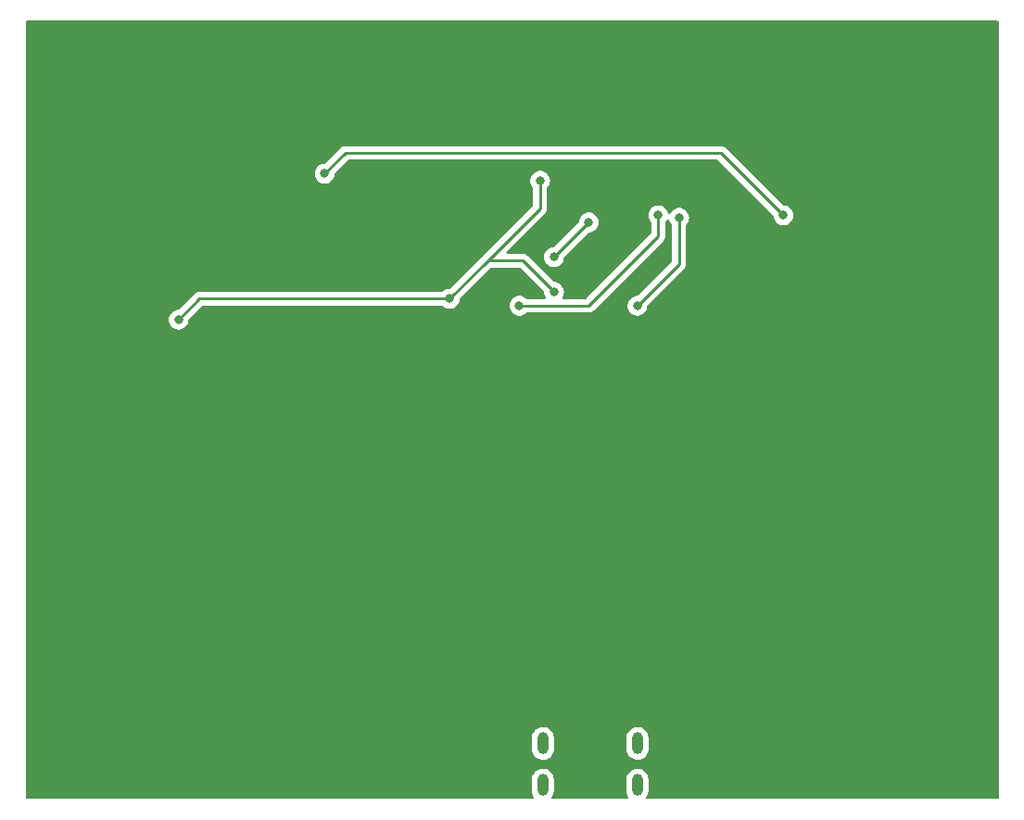
<source format=gbr>
%TF.GenerationSoftware,KiCad,Pcbnew,7.0.10-7.0.10~ubuntu22.04.1*%
%TF.CreationDate,2024-01-07T23:39:05-08:00*%
%TF.ProjectId,smdPracticeBoard,736d6450-7261-4637-9469-6365426f6172,rev?*%
%TF.SameCoordinates,Original*%
%TF.FileFunction,Copper,L2,Bot*%
%TF.FilePolarity,Positive*%
%FSLAX46Y46*%
G04 Gerber Fmt 4.6, Leading zero omitted, Abs format (unit mm)*
G04 Created by KiCad (PCBNEW 7.0.10-7.0.10~ubuntu22.04.1) date 2024-01-07 23:39:05*
%MOMM*%
%LPD*%
G01*
G04 APERTURE LIST*
%TA.AperFunction,ComponentPad*%
%ADD10O,1.000000X2.000000*%
%TD*%
%TA.AperFunction,ViaPad*%
%ADD11C,0.800000*%
%TD*%
%TA.AperFunction,Conductor*%
%ADD12C,0.250000*%
%TD*%
G04 APERTURE END LIST*
D10*
%TO.P,J1,S1,SHIELD*%
%TO.N,Net-(J1-SHIELD-PadS1)*%
X97825000Y-110425000D03*
%TO.P,J1,S2,SHIELD*%
X106465000Y-110425000D03*
%TO.P,J1,S3,SHIELD*%
X97825000Y-114225000D03*
%TO.P,J1,S4,SHIELD*%
X106465000Y-114225000D03*
%TD*%
D11*
%TO.N,+5V*%
X91242500Y-105345000D03*
%TO.N,GND*%
X98845000Y-65975000D03*
X102020000Y-62800000D03*
%TO.N,/B*%
X98845000Y-69150000D03*
X97575000Y-58990000D03*
%TO.N,/S0*%
X119800000Y-62165000D03*
X77890000Y-58355000D03*
%TO.N,/B*%
X89320000Y-69785000D03*
X64555000Y-71690000D03*
%TO.N,/OUT2*%
X95670000Y-70420000D03*
X108370000Y-62165000D03*
%TO.N,/OUT3*%
X106465000Y-70420000D03*
X110275000Y-62388600D03*
%TO.N,+5V*%
X105830000Y-68515000D03*
X95670000Y-68515000D03*
X95670000Y-59625000D03*
X105830000Y-59625000D03*
X121705000Y-58355000D03*
X102182200Y-112965000D03*
X55919000Y-64705000D03*
X65605000Y-86635000D03*
X65595000Y-99335000D03*
%TD*%
D12*
%TO.N,/B*%
X97575000Y-61530000D02*
X92812500Y-66292500D01*
X97575000Y-58990000D02*
X97575000Y-61530000D01*
%TO.N,GND*%
X98845000Y-65975000D02*
X102020000Y-62800000D01*
%TO.N,/B*%
X89320000Y-69785000D02*
X92812500Y-66292500D01*
X98845000Y-69150000D02*
X95987500Y-66292500D01*
X95987500Y-66292500D02*
X92812500Y-66292500D01*
%TO.N,/S0*%
X77890000Y-58355000D02*
X79795000Y-56450000D01*
X79795000Y-56450000D02*
X114085000Y-56450000D01*
X114085000Y-56450000D02*
X119800000Y-62165000D01*
%TO.N,/B*%
X89320000Y-69785000D02*
X66460000Y-69785000D01*
X66460000Y-69785000D02*
X64555000Y-71690000D01*
%TO.N,/OUT2*%
X108370000Y-62165000D02*
X108370000Y-64070000D01*
X108370000Y-64070000D02*
X102020000Y-70420000D01*
X102020000Y-70420000D02*
X95670000Y-70420000D01*
%TO.N,/OUT3*%
X110275000Y-62388600D02*
X110275000Y-66610000D01*
X110275000Y-66610000D02*
X106465000Y-70420000D01*
%TD*%
%TA.AperFunction,Conductor*%
%TO.N,+5V*%
G36*
X139428039Y-44404685D02*
G01*
X139473794Y-44457489D01*
X139485000Y-44509000D01*
X139485000Y-115381000D01*
X139465315Y-115448039D01*
X139412511Y-115493794D01*
X139361000Y-115505000D01*
X107378476Y-115505000D01*
X107311437Y-115485315D01*
X107265682Y-115432511D01*
X107255738Y-115363353D01*
X107276701Y-115310163D01*
X107344295Y-115213049D01*
X107424540Y-115026058D01*
X107465500Y-114826741D01*
X107465500Y-113674258D01*
X107450074Y-113522562D01*
X107450074Y-113522560D01*
X107389162Y-113328420D01*
X107389160Y-113328416D01*
X107389159Y-113328412D01*
X107290409Y-113150498D01*
X107290408Y-113150497D01*
X107290407Y-113150495D01*
X107157867Y-112996106D01*
X107157865Y-112996104D01*
X106996962Y-112871554D01*
X106996959Y-112871553D01*
X106996958Y-112871552D01*
X106814271Y-112781940D01*
X106617285Y-112730937D01*
X106617287Y-112730937D01*
X106481804Y-112724066D01*
X106414064Y-112720631D01*
X106414063Y-112720631D01*
X106414061Y-112720631D01*
X106212936Y-112751442D01*
X106212924Y-112751445D01*
X106022118Y-112822111D01*
X106022111Y-112822115D01*
X105849432Y-112929745D01*
X105849427Y-112929749D01*
X105701949Y-113069938D01*
X105701948Y-113069940D01*
X105585705Y-113236949D01*
X105505459Y-113423943D01*
X105464500Y-113623258D01*
X105464500Y-114775743D01*
X105479925Y-114927439D01*
X105540837Y-115121579D01*
X105540844Y-115121594D01*
X105591605Y-115213049D01*
X105639591Y-115299502D01*
X105640214Y-115300228D01*
X105640431Y-115300709D01*
X105643184Y-115304664D01*
X105642447Y-115305176D01*
X105668947Y-115363915D01*
X105658687Y-115433027D01*
X105612691Y-115485621D01*
X105546130Y-115505000D01*
X98738476Y-115505000D01*
X98671437Y-115485315D01*
X98625682Y-115432511D01*
X98615738Y-115363353D01*
X98636701Y-115310163D01*
X98704295Y-115213049D01*
X98784540Y-115026058D01*
X98825500Y-114826741D01*
X98825500Y-113674258D01*
X98810074Y-113522562D01*
X98810074Y-113522560D01*
X98749162Y-113328420D01*
X98749160Y-113328416D01*
X98749159Y-113328412D01*
X98650409Y-113150498D01*
X98650408Y-113150497D01*
X98650407Y-113150495D01*
X98517867Y-112996106D01*
X98517865Y-112996104D01*
X98356962Y-112871554D01*
X98356959Y-112871553D01*
X98356958Y-112871552D01*
X98174271Y-112781940D01*
X97977285Y-112730937D01*
X97977287Y-112730937D01*
X97841804Y-112724066D01*
X97774064Y-112720631D01*
X97774063Y-112720631D01*
X97774061Y-112720631D01*
X97572936Y-112751442D01*
X97572924Y-112751445D01*
X97382118Y-112822111D01*
X97382111Y-112822115D01*
X97209432Y-112929745D01*
X97209427Y-112929749D01*
X97061949Y-113069938D01*
X97061948Y-113069940D01*
X96945705Y-113236949D01*
X96865459Y-113423943D01*
X96824500Y-113623258D01*
X96824500Y-114775743D01*
X96839925Y-114927439D01*
X96900837Y-115121579D01*
X96900844Y-115121594D01*
X96951605Y-115213049D01*
X96999591Y-115299502D01*
X97000214Y-115300228D01*
X97000431Y-115300709D01*
X97003184Y-115304664D01*
X97002447Y-115305176D01*
X97028947Y-115363915D01*
X97018687Y-115433027D01*
X96972691Y-115485621D01*
X96906130Y-115505000D01*
X50709000Y-115505000D01*
X50641961Y-115485315D01*
X50596206Y-115432511D01*
X50585000Y-115381000D01*
X50585000Y-110975743D01*
X96824500Y-110975743D01*
X96839925Y-111127439D01*
X96900837Y-111321579D01*
X96900844Y-111321594D01*
X96999589Y-111499499D01*
X96999592Y-111499504D01*
X97132132Y-111653893D01*
X97132134Y-111653895D01*
X97293037Y-111778445D01*
X97293038Y-111778445D01*
X97293042Y-111778448D01*
X97475729Y-111868060D01*
X97672715Y-111919063D01*
X97875936Y-111929369D01*
X98077071Y-111898556D01*
X98267887Y-111827886D01*
X98440571Y-111720252D01*
X98588053Y-111580059D01*
X98704295Y-111413049D01*
X98784540Y-111226058D01*
X98825500Y-111026741D01*
X98825500Y-110975743D01*
X105464500Y-110975743D01*
X105479925Y-111127439D01*
X105540837Y-111321579D01*
X105540844Y-111321594D01*
X105639589Y-111499499D01*
X105639592Y-111499504D01*
X105772132Y-111653893D01*
X105772134Y-111653895D01*
X105933037Y-111778445D01*
X105933038Y-111778445D01*
X105933042Y-111778448D01*
X106115729Y-111868060D01*
X106312715Y-111919063D01*
X106515936Y-111929369D01*
X106717071Y-111898556D01*
X106907887Y-111827886D01*
X107080571Y-111720252D01*
X107228053Y-111580059D01*
X107344295Y-111413049D01*
X107424540Y-111226058D01*
X107465500Y-111026741D01*
X107465500Y-109874258D01*
X107450074Y-109722562D01*
X107450074Y-109722560D01*
X107389162Y-109528420D01*
X107389160Y-109528416D01*
X107389159Y-109528412D01*
X107290409Y-109350498D01*
X107290408Y-109350497D01*
X107290407Y-109350495D01*
X107157867Y-109196106D01*
X107157865Y-109196104D01*
X106996962Y-109071554D01*
X106996959Y-109071553D01*
X106996958Y-109071552D01*
X106814271Y-108981940D01*
X106617285Y-108930937D01*
X106617287Y-108930937D01*
X106481804Y-108924066D01*
X106414064Y-108920631D01*
X106414063Y-108920631D01*
X106414061Y-108920631D01*
X106212936Y-108951442D01*
X106212924Y-108951445D01*
X106022118Y-109022111D01*
X106022111Y-109022115D01*
X105849432Y-109129745D01*
X105849427Y-109129749D01*
X105701949Y-109269938D01*
X105701948Y-109269940D01*
X105585705Y-109436949D01*
X105505459Y-109623943D01*
X105464500Y-109823258D01*
X105464500Y-110975743D01*
X98825500Y-110975743D01*
X98825500Y-109874258D01*
X98810074Y-109722562D01*
X98810074Y-109722560D01*
X98749162Y-109528420D01*
X98749160Y-109528416D01*
X98749159Y-109528412D01*
X98650409Y-109350498D01*
X98650408Y-109350497D01*
X98650407Y-109350495D01*
X98517867Y-109196106D01*
X98517865Y-109196104D01*
X98356962Y-109071554D01*
X98356959Y-109071553D01*
X98356958Y-109071552D01*
X98174271Y-108981940D01*
X97977285Y-108930937D01*
X97977287Y-108930937D01*
X97841804Y-108924066D01*
X97774064Y-108920631D01*
X97774063Y-108920631D01*
X97774061Y-108920631D01*
X97572936Y-108951442D01*
X97572924Y-108951445D01*
X97382118Y-109022111D01*
X97382111Y-109022115D01*
X97209432Y-109129745D01*
X97209427Y-109129749D01*
X97061949Y-109269938D01*
X97061948Y-109269940D01*
X96945705Y-109436949D01*
X96865459Y-109623943D01*
X96824500Y-109823258D01*
X96824500Y-110975743D01*
X50585000Y-110975743D01*
X50585000Y-71690000D01*
X63649540Y-71690000D01*
X63669326Y-71878256D01*
X63669327Y-71878259D01*
X63727818Y-72058277D01*
X63727821Y-72058284D01*
X63822467Y-72222216D01*
X63949129Y-72362888D01*
X64102265Y-72474148D01*
X64102270Y-72474151D01*
X64275192Y-72551142D01*
X64275197Y-72551144D01*
X64460354Y-72590500D01*
X64460355Y-72590500D01*
X64649644Y-72590500D01*
X64649646Y-72590500D01*
X64834803Y-72551144D01*
X65007730Y-72474151D01*
X65160871Y-72362888D01*
X65287533Y-72222216D01*
X65382179Y-72058284D01*
X65440674Y-71878256D01*
X65458321Y-71710344D01*
X65484904Y-71645734D01*
X65493951Y-71635638D01*
X66682772Y-70446819D01*
X66744095Y-70413334D01*
X66770453Y-70410500D01*
X88616252Y-70410500D01*
X88683291Y-70430185D01*
X88708400Y-70451526D01*
X88714126Y-70457885D01*
X88714130Y-70457889D01*
X88867265Y-70569148D01*
X88867270Y-70569151D01*
X89040192Y-70646142D01*
X89040197Y-70646144D01*
X89225354Y-70685500D01*
X89225355Y-70685500D01*
X89414644Y-70685500D01*
X89414646Y-70685500D01*
X89599803Y-70646144D01*
X89772730Y-70569151D01*
X89925871Y-70457888D01*
X90052533Y-70317216D01*
X90147179Y-70153284D01*
X90205674Y-69973256D01*
X90223321Y-69805345D01*
X90249905Y-69740732D01*
X90258952Y-69730636D01*
X93035272Y-66954319D01*
X93096595Y-66920834D01*
X93122953Y-66918000D01*
X95677048Y-66918000D01*
X95744087Y-66937685D01*
X95764729Y-66954319D01*
X97906038Y-69095629D01*
X97939523Y-69156952D01*
X97941678Y-69170348D01*
X97948212Y-69232510D01*
X97959326Y-69338256D01*
X97959327Y-69338259D01*
X98017818Y-69518277D01*
X98017821Y-69518284D01*
X98069907Y-69608500D01*
X98086380Y-69676401D01*
X98063527Y-69742427D01*
X98008606Y-69785618D01*
X97962520Y-69794500D01*
X96373748Y-69794500D01*
X96306709Y-69774815D01*
X96281600Y-69753474D01*
X96275873Y-69747114D01*
X96275869Y-69747110D01*
X96122734Y-69635851D01*
X96122729Y-69635848D01*
X95949807Y-69558857D01*
X95949802Y-69558855D01*
X95804001Y-69527865D01*
X95764646Y-69519500D01*
X95575354Y-69519500D01*
X95542897Y-69526398D01*
X95390197Y-69558855D01*
X95390192Y-69558857D01*
X95217270Y-69635848D01*
X95217265Y-69635851D01*
X95064129Y-69747111D01*
X94937466Y-69887785D01*
X94842821Y-70051715D01*
X94842818Y-70051722D01*
X94809819Y-70153284D01*
X94784326Y-70231744D01*
X94764540Y-70420000D01*
X94784326Y-70608256D01*
X94784327Y-70608259D01*
X94842818Y-70788277D01*
X94842821Y-70788284D01*
X94937467Y-70952216D01*
X95058401Y-71086526D01*
X95064129Y-71092888D01*
X95217265Y-71204148D01*
X95217270Y-71204151D01*
X95390192Y-71281142D01*
X95390197Y-71281144D01*
X95575354Y-71320500D01*
X95575355Y-71320500D01*
X95764644Y-71320500D01*
X95764646Y-71320500D01*
X95949803Y-71281144D01*
X96122730Y-71204151D01*
X96275871Y-71092888D01*
X96278788Y-71089647D01*
X96281600Y-71086526D01*
X96341087Y-71049879D01*
X96373748Y-71045500D01*
X101937257Y-71045500D01*
X101952877Y-71047224D01*
X101952904Y-71046939D01*
X101960660Y-71047671D01*
X101960667Y-71047673D01*
X102027873Y-71045561D01*
X102031768Y-71045500D01*
X102059346Y-71045500D01*
X102059350Y-71045500D01*
X102063324Y-71044997D01*
X102074963Y-71044080D01*
X102118627Y-71042709D01*
X102137869Y-71037117D01*
X102156912Y-71033174D01*
X102176792Y-71030664D01*
X102217401Y-71014585D01*
X102228444Y-71010803D01*
X102270390Y-70998618D01*
X102287629Y-70988422D01*
X102305103Y-70979862D01*
X102323727Y-70972488D01*
X102323727Y-70972487D01*
X102323732Y-70972486D01*
X102359083Y-70946800D01*
X102368814Y-70940408D01*
X102406420Y-70918170D01*
X102420589Y-70903999D01*
X102435379Y-70891368D01*
X102451587Y-70879594D01*
X102479438Y-70845926D01*
X102487279Y-70837309D01*
X108753788Y-64570801D01*
X108766042Y-64560986D01*
X108765859Y-64560764D01*
X108771868Y-64555791D01*
X108771877Y-64555786D01*
X108817949Y-64506722D01*
X108820566Y-64504023D01*
X108840120Y-64484471D01*
X108842576Y-64481303D01*
X108850156Y-64472427D01*
X108880062Y-64440582D01*
X108889713Y-64423024D01*
X108900396Y-64406761D01*
X108912673Y-64390936D01*
X108930021Y-64350844D01*
X108935151Y-64340371D01*
X108956197Y-64302092D01*
X108961180Y-64282680D01*
X108967481Y-64264280D01*
X108975437Y-64245896D01*
X108982270Y-64202748D01*
X108984633Y-64191338D01*
X108995500Y-64149019D01*
X108995500Y-64128983D01*
X108997027Y-64109582D01*
X109000160Y-64089804D01*
X108996050Y-64046324D01*
X108995500Y-64034655D01*
X108995500Y-62863687D01*
X109015185Y-62796648D01*
X109027350Y-62780715D01*
X109055232Y-62749747D01*
X109102533Y-62697216D01*
X109171819Y-62577207D01*
X109222383Y-62528995D01*
X109290990Y-62515771D01*
X109355855Y-62541739D01*
X109396384Y-62598652D01*
X109397135Y-62600891D01*
X109447819Y-62756880D01*
X109447821Y-62756884D01*
X109542467Y-62920816D01*
X109585772Y-62968910D01*
X109617650Y-63004315D01*
X109647880Y-63067306D01*
X109649500Y-63087287D01*
X109649500Y-66299547D01*
X109629815Y-66366586D01*
X109613181Y-66387228D01*
X106517228Y-69483181D01*
X106455905Y-69516666D01*
X106429547Y-69519500D01*
X106370354Y-69519500D01*
X106337897Y-69526398D01*
X106185197Y-69558855D01*
X106185192Y-69558857D01*
X106012270Y-69635848D01*
X106012265Y-69635851D01*
X105859129Y-69747111D01*
X105732466Y-69887785D01*
X105637821Y-70051715D01*
X105637818Y-70051722D01*
X105604819Y-70153284D01*
X105579326Y-70231744D01*
X105559540Y-70420000D01*
X105579326Y-70608256D01*
X105579327Y-70608259D01*
X105637818Y-70788277D01*
X105637821Y-70788284D01*
X105732467Y-70952216D01*
X105853401Y-71086526D01*
X105859129Y-71092888D01*
X106012265Y-71204148D01*
X106012270Y-71204151D01*
X106185192Y-71281142D01*
X106185197Y-71281144D01*
X106370354Y-71320500D01*
X106370355Y-71320500D01*
X106559644Y-71320500D01*
X106559646Y-71320500D01*
X106744803Y-71281144D01*
X106917730Y-71204151D01*
X107070871Y-71092888D01*
X107197533Y-70952216D01*
X107292179Y-70788284D01*
X107350674Y-70608256D01*
X107368321Y-70440345D01*
X107394905Y-70375732D01*
X107403952Y-70365636D01*
X110658786Y-67110802D01*
X110671048Y-67100980D01*
X110670865Y-67100759D01*
X110676868Y-67095791D01*
X110676877Y-67095786D01*
X110722934Y-67046739D01*
X110725582Y-67044006D01*
X110745120Y-67024470D01*
X110747570Y-67021310D01*
X110755154Y-67012429D01*
X110785062Y-66980582D01*
X110794714Y-66963023D01*
X110805389Y-66946772D01*
X110817674Y-66930936D01*
X110835030Y-66890825D01*
X110840161Y-66880354D01*
X110861194Y-66842098D01*
X110861194Y-66842097D01*
X110861197Y-66842092D01*
X110866180Y-66822680D01*
X110872477Y-66804291D01*
X110880438Y-66785895D01*
X110887270Y-66742748D01*
X110889639Y-66731316D01*
X110900499Y-66689022D01*
X110900500Y-66689017D01*
X110900500Y-66668983D01*
X110902027Y-66649582D01*
X110905160Y-66629804D01*
X110901050Y-66586324D01*
X110900500Y-66574655D01*
X110900500Y-63087287D01*
X110920185Y-63020248D01*
X110932350Y-63004315D01*
X110950891Y-62983722D01*
X111007533Y-62920816D01*
X111102179Y-62756884D01*
X111160674Y-62576856D01*
X111180460Y-62388600D01*
X111160674Y-62200344D01*
X111102179Y-62020316D01*
X111007533Y-61856384D01*
X110880871Y-61715712D01*
X110867362Y-61705897D01*
X110727734Y-61604451D01*
X110727729Y-61604448D01*
X110554807Y-61527457D01*
X110554802Y-61527455D01*
X110388516Y-61492111D01*
X110369646Y-61488100D01*
X110180354Y-61488100D01*
X110161484Y-61492111D01*
X109995197Y-61527455D01*
X109995192Y-61527457D01*
X109822270Y-61604448D01*
X109822265Y-61604451D01*
X109669129Y-61715711D01*
X109542466Y-61856385D01*
X109473182Y-61976389D01*
X109422615Y-62024605D01*
X109354008Y-62037828D01*
X109289143Y-62011860D01*
X109248615Y-61954946D01*
X109247864Y-61952707D01*
X109197181Y-61796722D01*
X109197180Y-61796721D01*
X109197179Y-61796716D01*
X109102533Y-61632784D01*
X108975871Y-61492112D01*
X108970349Y-61488100D01*
X108822734Y-61380851D01*
X108822729Y-61380848D01*
X108649807Y-61303857D01*
X108649802Y-61303855D01*
X108494798Y-61270909D01*
X108464646Y-61264500D01*
X108275354Y-61264500D01*
X108245202Y-61270909D01*
X108090197Y-61303855D01*
X108090192Y-61303857D01*
X107917270Y-61380848D01*
X107917265Y-61380851D01*
X107764129Y-61492111D01*
X107637466Y-61632785D01*
X107542821Y-61796715D01*
X107542818Y-61796722D01*
X107487559Y-61966794D01*
X107484326Y-61976744D01*
X107464540Y-62165000D01*
X107484326Y-62353256D01*
X107484327Y-62353259D01*
X107542818Y-62533277D01*
X107542821Y-62533284D01*
X107637467Y-62697216D01*
X107680772Y-62745310D01*
X107712650Y-62780715D01*
X107742880Y-62843706D01*
X107744500Y-62863687D01*
X107744500Y-63759547D01*
X107724815Y-63826586D01*
X107708181Y-63847228D01*
X101797228Y-69758181D01*
X101735905Y-69791666D01*
X101709547Y-69794500D01*
X99727480Y-69794500D01*
X99660441Y-69774815D01*
X99614686Y-69722011D01*
X99604742Y-69652853D01*
X99620093Y-69608500D01*
X99648754Y-69558857D01*
X99672179Y-69518284D01*
X99730674Y-69338256D01*
X99750460Y-69150000D01*
X99730674Y-68961744D01*
X99672179Y-68781716D01*
X99577533Y-68617784D01*
X99450871Y-68477112D01*
X99450870Y-68477111D01*
X99297734Y-68365851D01*
X99297729Y-68365848D01*
X99124807Y-68288857D01*
X99124802Y-68288855D01*
X98979001Y-68257865D01*
X98939646Y-68249500D01*
X98939645Y-68249500D01*
X98880453Y-68249500D01*
X98813414Y-68229815D01*
X98792772Y-68213181D01*
X96554591Y-65975000D01*
X97939540Y-65975000D01*
X97959326Y-66163256D01*
X97959327Y-66163259D01*
X98017818Y-66343277D01*
X98017821Y-66343284D01*
X98112467Y-66507216D01*
X98222846Y-66629804D01*
X98239129Y-66647888D01*
X98392265Y-66759148D01*
X98392270Y-66759151D01*
X98565192Y-66836142D01*
X98565197Y-66836144D01*
X98750354Y-66875500D01*
X98750355Y-66875500D01*
X98939644Y-66875500D01*
X98939646Y-66875500D01*
X99124803Y-66836144D01*
X99297730Y-66759151D01*
X99450871Y-66647888D01*
X99577533Y-66507216D01*
X99672179Y-66343284D01*
X99730674Y-66163256D01*
X99748321Y-65995344D01*
X99774904Y-65930734D01*
X99783951Y-65920638D01*
X101967772Y-63736819D01*
X102029095Y-63703334D01*
X102055453Y-63700500D01*
X102114644Y-63700500D01*
X102114646Y-63700500D01*
X102299803Y-63661144D01*
X102472730Y-63584151D01*
X102625871Y-63472888D01*
X102752533Y-63332216D01*
X102847179Y-63168284D01*
X102905674Y-62988256D01*
X102925460Y-62800000D01*
X102905674Y-62611744D01*
X102847179Y-62431716D01*
X102752533Y-62267784D01*
X102625871Y-62127112D01*
X102603183Y-62110628D01*
X102472734Y-62015851D01*
X102472729Y-62015848D01*
X102299807Y-61938857D01*
X102299802Y-61938855D01*
X102154001Y-61907865D01*
X102114646Y-61899500D01*
X101925354Y-61899500D01*
X101892897Y-61906398D01*
X101740197Y-61938855D01*
X101740192Y-61938857D01*
X101567270Y-62015848D01*
X101567265Y-62015851D01*
X101414129Y-62127111D01*
X101287466Y-62267785D01*
X101192821Y-62431715D01*
X101192818Y-62431722D01*
X101138580Y-62598652D01*
X101134326Y-62611744D01*
X101125343Y-62697214D01*
X101116679Y-62779649D01*
X101090094Y-62844263D01*
X101081039Y-62854368D01*
X98897228Y-65038181D01*
X98835905Y-65071666D01*
X98809547Y-65074500D01*
X98750354Y-65074500D01*
X98717897Y-65081398D01*
X98565197Y-65113855D01*
X98565192Y-65113857D01*
X98392270Y-65190848D01*
X98392265Y-65190851D01*
X98239129Y-65302111D01*
X98112466Y-65442785D01*
X98017821Y-65606715D01*
X98017818Y-65606722D01*
X97960725Y-65782438D01*
X97959326Y-65786744D01*
X97939540Y-65975000D01*
X96554591Y-65975000D01*
X96488303Y-65908712D01*
X96478480Y-65896450D01*
X96478259Y-65896634D01*
X96473286Y-65890622D01*
X96424276Y-65844599D01*
X96421477Y-65841886D01*
X96401977Y-65822385D01*
X96400358Y-65821129D01*
X96398786Y-65819909D01*
X96389934Y-65812348D01*
X96358082Y-65782438D01*
X96358080Y-65782436D01*
X96358077Y-65782435D01*
X96340529Y-65772788D01*
X96324263Y-65762104D01*
X96308432Y-65749824D01*
X96268349Y-65732478D01*
X96257863Y-65727341D01*
X96219594Y-65706303D01*
X96219592Y-65706302D01*
X96200193Y-65701322D01*
X96181781Y-65695018D01*
X96163398Y-65687062D01*
X96163392Y-65687060D01*
X96120260Y-65680229D01*
X96108822Y-65677861D01*
X96066520Y-65667000D01*
X96066519Y-65667000D01*
X96046484Y-65667000D01*
X96027086Y-65665473D01*
X96019662Y-65664297D01*
X96007305Y-65662340D01*
X96007304Y-65662340D01*
X95963825Y-65666450D01*
X95952156Y-65667000D01*
X94621952Y-65667000D01*
X94554913Y-65647315D01*
X94509158Y-65594511D01*
X94499214Y-65525353D01*
X94528239Y-65461797D01*
X94534271Y-65455319D01*
X96230043Y-63759547D01*
X97958788Y-62030801D01*
X97971042Y-62020986D01*
X97970859Y-62020764D01*
X97976868Y-62015791D01*
X97976877Y-62015786D01*
X98022949Y-61966722D01*
X98025566Y-61964023D01*
X98045120Y-61944471D01*
X98047576Y-61941303D01*
X98055156Y-61932427D01*
X98085062Y-61900582D01*
X98094713Y-61883024D01*
X98105396Y-61866761D01*
X98117673Y-61850936D01*
X98135021Y-61810844D01*
X98140151Y-61800371D01*
X98161197Y-61762092D01*
X98166180Y-61742680D01*
X98172481Y-61724280D01*
X98180437Y-61705896D01*
X98187270Y-61662748D01*
X98189633Y-61651338D01*
X98200500Y-61609019D01*
X98200500Y-61588983D01*
X98202027Y-61569582D01*
X98205160Y-61549804D01*
X98201050Y-61506324D01*
X98200500Y-61494655D01*
X98200500Y-59688687D01*
X98220185Y-59621648D01*
X98232350Y-59605715D01*
X98250891Y-59585122D01*
X98307533Y-59522216D01*
X98402179Y-59358284D01*
X98460674Y-59178256D01*
X98480460Y-58990000D01*
X98460674Y-58801744D01*
X98402179Y-58621716D01*
X98307533Y-58457784D01*
X98180871Y-58317112D01*
X98180870Y-58317111D01*
X98027734Y-58205851D01*
X98027729Y-58205848D01*
X97854807Y-58128857D01*
X97854802Y-58128855D01*
X97709001Y-58097865D01*
X97669646Y-58089500D01*
X97480354Y-58089500D01*
X97447897Y-58096398D01*
X97295197Y-58128855D01*
X97295192Y-58128857D01*
X97122270Y-58205848D01*
X97122265Y-58205851D01*
X96969129Y-58317111D01*
X96842466Y-58457785D01*
X96747821Y-58621715D01*
X96747818Y-58621722D01*
X96714819Y-58723284D01*
X96689326Y-58801744D01*
X96669540Y-58990000D01*
X96689326Y-59178256D01*
X96689327Y-59178259D01*
X96747818Y-59358277D01*
X96747821Y-59358284D01*
X96842467Y-59522216D01*
X96885772Y-59570310D01*
X96917650Y-59605715D01*
X96947880Y-59668706D01*
X96949500Y-59688687D01*
X96949500Y-61219546D01*
X96929815Y-61286585D01*
X96913181Y-61307227D01*
X92411911Y-65808496D01*
X92397121Y-65821129D01*
X92380914Y-65832905D01*
X92380912Y-65832906D01*
X92353073Y-65866557D01*
X92345229Y-65875179D01*
X92342389Y-65878020D01*
X92342373Y-65878035D01*
X89372228Y-68848181D01*
X89310905Y-68881666D01*
X89284547Y-68884500D01*
X89225354Y-68884500D01*
X89192897Y-68891398D01*
X89040197Y-68923855D01*
X89040192Y-68923857D01*
X88867270Y-69000848D01*
X88867265Y-69000851D01*
X88714130Y-69112110D01*
X88714126Y-69112114D01*
X88708400Y-69118474D01*
X88648913Y-69155121D01*
X88616252Y-69159500D01*
X66542743Y-69159500D01*
X66527122Y-69157775D01*
X66527096Y-69158061D01*
X66519334Y-69157327D01*
X66519333Y-69157327D01*
X66457109Y-69159282D01*
X66452127Y-69159439D01*
X66448232Y-69159500D01*
X66420647Y-69159500D01*
X66416661Y-69160003D01*
X66405033Y-69160918D01*
X66361373Y-69162290D01*
X66342129Y-69167881D01*
X66323079Y-69171825D01*
X66303211Y-69174334D01*
X66303210Y-69174334D01*
X66262599Y-69190413D01*
X66251554Y-69194194D01*
X66209614Y-69206379D01*
X66209610Y-69206381D01*
X66192366Y-69216579D01*
X66174905Y-69225133D01*
X66156274Y-69232510D01*
X66156262Y-69232517D01*
X66120933Y-69258185D01*
X66111173Y-69264596D01*
X66073580Y-69286829D01*
X66059414Y-69300995D01*
X66044624Y-69313627D01*
X66028414Y-69325404D01*
X66028411Y-69325407D01*
X66000573Y-69359058D01*
X65992711Y-69367697D01*
X64607228Y-70753181D01*
X64545905Y-70786666D01*
X64519547Y-70789500D01*
X64460354Y-70789500D01*
X64427897Y-70796398D01*
X64275197Y-70828855D01*
X64275192Y-70828857D01*
X64102270Y-70905848D01*
X64102265Y-70905851D01*
X63949129Y-71017111D01*
X63822466Y-71157785D01*
X63727821Y-71321715D01*
X63727818Y-71321722D01*
X63669327Y-71501740D01*
X63669326Y-71501744D01*
X63649540Y-71690000D01*
X50585000Y-71690000D01*
X50585000Y-58355000D01*
X76984540Y-58355000D01*
X77004326Y-58543256D01*
X77004327Y-58543259D01*
X77062818Y-58723277D01*
X77062821Y-58723284D01*
X77157467Y-58887216D01*
X77284129Y-59027888D01*
X77437265Y-59139148D01*
X77437270Y-59139151D01*
X77610192Y-59216142D01*
X77610197Y-59216144D01*
X77795354Y-59255500D01*
X77795355Y-59255500D01*
X77984644Y-59255500D01*
X77984646Y-59255500D01*
X78169803Y-59216144D01*
X78342730Y-59139151D01*
X78495871Y-59027888D01*
X78622533Y-58887216D01*
X78717179Y-58723284D01*
X78775674Y-58543256D01*
X78793321Y-58375344D01*
X78819904Y-58310734D01*
X78828951Y-58300638D01*
X80017772Y-57111819D01*
X80079095Y-57078334D01*
X80105453Y-57075500D01*
X113774548Y-57075500D01*
X113841587Y-57095185D01*
X113862229Y-57111819D01*
X118861038Y-62110628D01*
X118894523Y-62171951D01*
X118896678Y-62185347D01*
X118904139Y-62256338D01*
X118914326Y-62353256D01*
X118914327Y-62353259D01*
X118972818Y-62533277D01*
X118972821Y-62533284D01*
X119067467Y-62697216D01*
X119174499Y-62816087D01*
X119194129Y-62837888D01*
X119347265Y-62949148D01*
X119347270Y-62949151D01*
X119520192Y-63026142D01*
X119520197Y-63026144D01*
X119705354Y-63065500D01*
X119705355Y-63065500D01*
X119894644Y-63065500D01*
X119894646Y-63065500D01*
X120079803Y-63026144D01*
X120252730Y-62949151D01*
X120405871Y-62837888D01*
X120532533Y-62697216D01*
X120627179Y-62533284D01*
X120685674Y-62353256D01*
X120705460Y-62165000D01*
X120685674Y-61976744D01*
X120627179Y-61796716D01*
X120532533Y-61632784D01*
X120405871Y-61492112D01*
X120400349Y-61488100D01*
X120252734Y-61380851D01*
X120252729Y-61380848D01*
X120079807Y-61303857D01*
X120079802Y-61303855D01*
X119924798Y-61270909D01*
X119894646Y-61264500D01*
X119894645Y-61264500D01*
X119835453Y-61264500D01*
X119768414Y-61244815D01*
X119747772Y-61228181D01*
X114585803Y-56066212D01*
X114575980Y-56053950D01*
X114575759Y-56054134D01*
X114570786Y-56048122D01*
X114521776Y-56002099D01*
X114518977Y-55999386D01*
X114499477Y-55979885D01*
X114499471Y-55979880D01*
X114496286Y-55977409D01*
X114487434Y-55969848D01*
X114455582Y-55939938D01*
X114455580Y-55939936D01*
X114455577Y-55939935D01*
X114438029Y-55930288D01*
X114421763Y-55919604D01*
X114405932Y-55907324D01*
X114365849Y-55889978D01*
X114355363Y-55884841D01*
X114317094Y-55863803D01*
X114317092Y-55863802D01*
X114297693Y-55858822D01*
X114279281Y-55852518D01*
X114260898Y-55844562D01*
X114260892Y-55844560D01*
X114217760Y-55837729D01*
X114206322Y-55835361D01*
X114164020Y-55824500D01*
X114164019Y-55824500D01*
X114143984Y-55824500D01*
X114124586Y-55822973D01*
X114117162Y-55821797D01*
X114104805Y-55819840D01*
X114104804Y-55819840D01*
X114061325Y-55823950D01*
X114049656Y-55824500D01*
X79877743Y-55824500D01*
X79862122Y-55822775D01*
X79862096Y-55823061D01*
X79854334Y-55822327D01*
X79854333Y-55822327D01*
X79802688Y-55823950D01*
X79787127Y-55824439D01*
X79783232Y-55824500D01*
X79755647Y-55824500D01*
X79751661Y-55825003D01*
X79740033Y-55825918D01*
X79696373Y-55827290D01*
X79677129Y-55832881D01*
X79658079Y-55836825D01*
X79638211Y-55839334D01*
X79638210Y-55839334D01*
X79597599Y-55855413D01*
X79586554Y-55859194D01*
X79544614Y-55871379D01*
X79544610Y-55871381D01*
X79527366Y-55881579D01*
X79509905Y-55890133D01*
X79491274Y-55897510D01*
X79491262Y-55897517D01*
X79455933Y-55923185D01*
X79446173Y-55929596D01*
X79408580Y-55951829D01*
X79394414Y-55965995D01*
X79379624Y-55978627D01*
X79363414Y-55990404D01*
X79363411Y-55990407D01*
X79335573Y-56024058D01*
X79327711Y-56032697D01*
X77942228Y-57418181D01*
X77880905Y-57451666D01*
X77854547Y-57454500D01*
X77795354Y-57454500D01*
X77762897Y-57461398D01*
X77610197Y-57493855D01*
X77610192Y-57493857D01*
X77437270Y-57570848D01*
X77437265Y-57570851D01*
X77284129Y-57682111D01*
X77157466Y-57822785D01*
X77062821Y-57986715D01*
X77062818Y-57986722D01*
X77016636Y-58128857D01*
X77004326Y-58166744D01*
X76984540Y-58355000D01*
X50585000Y-58355000D01*
X50585000Y-44509000D01*
X50604685Y-44441961D01*
X50657489Y-44396206D01*
X50709000Y-44385000D01*
X139361000Y-44385000D01*
X139428039Y-44404685D01*
G37*
%TD.AperFunction*%
%TD*%
M02*

</source>
